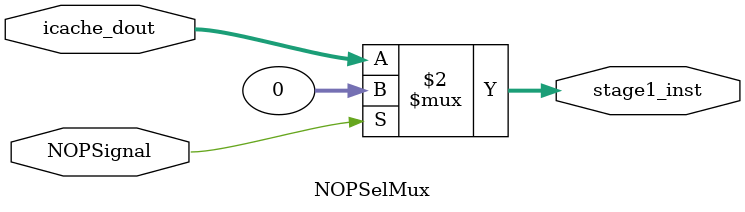
<source format=v>

module NOPSelMux (
	input [31:0] icache_dout,
	input NOPSignal,

	output [31:0] stage1_inst
);

assign stage1_inst = (!NOPSignal)? icache_dout: 32'd0;

endmodule
</source>
